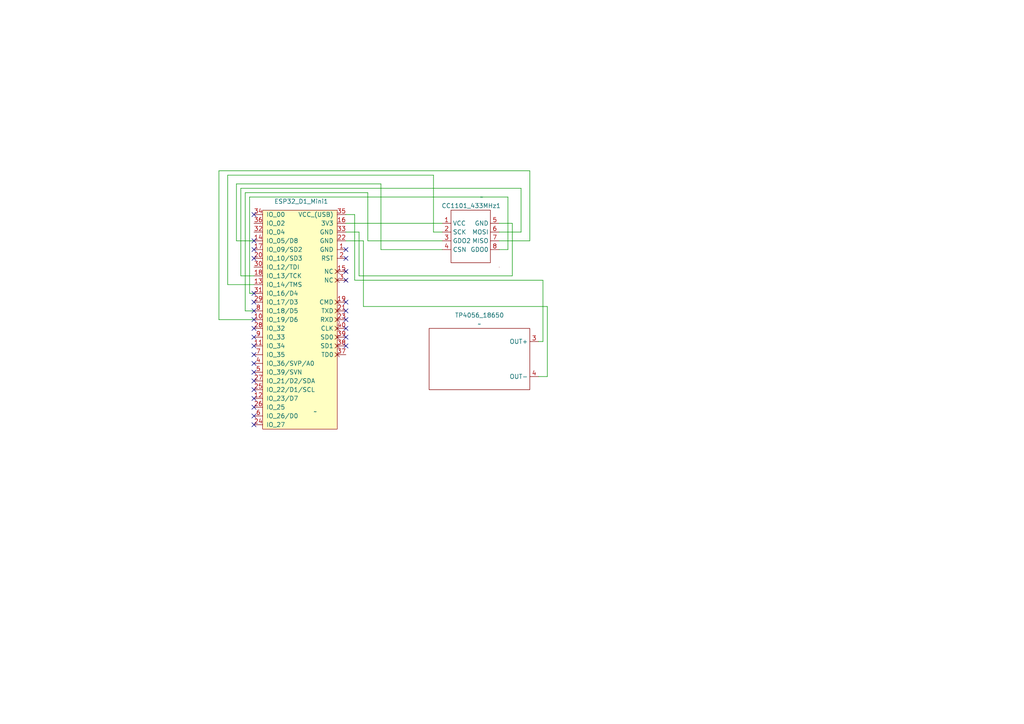
<source format=kicad_sch>
(kicad_sch (version 20231120) (generator "eeschema") (generator_version "8.0")
  (paper "A4")
  (lib_symbols
    (symbol "BKFZ_SubGHz:CC1101_433MHz"
      (property "Reference" "CC1101_433MHz1" (at -3.048 -2.54 0))
      (property "Value" "~" (at 0 0 0))
      (symbol "CC1101_433MHz_0_1"
        (rectangle (start -8.89 -3.81) (end 2.54 -19.05))
        (rectangle (start 5.08 -20.32) (end 5.08 -20.32))
      )
      (symbol "CC1101_433MHz_1_1"
        (pin power_in line (at -11.43 -7.62 0) (length 2.54) (name "VCC") (number "1"))
        (pin input line (at -11.43 -10.16 0) (length 2.54) (name "SCK") (number "2"))
        (pin output line (at -11.43 -12.7 0) (length 2.54) (name "GDO2") (number "3"))
        (pin input line (at -11.43 -15.24 0) (length 2.54) (name "CSN") (number "4"))
        (pin power_out line (at 5.08 -7.62 180) (length 2.54) (name "GND") (number "5"))
        (pin input line (at 5.08 -10.16 180) (length 2.54) (name "MOSI") (number "6"))
        (pin output line (at 5.08 -12.7 180) (length 2.54) (name "MISO") (number "7"))
        (pin output line (at 5.08 -15.24 180) (length 2.54) (name "GDO0") (number "8"))
      )
    )
    (symbol "BKFZ_SubGHz:ESP32_D1_Mini" (pin_names (offset 1.016))
      (property "Reference" "ESP32_D1_Mini1" (at 1.016 1.27 0))
      (property "Value" "~" (at 5.08 -59.69 0))
      (symbol "ESP32_D1_Mini_0_0"
        (pin power_in line (at 13.97 -12.7 180) (length 2.54) (name "GND") (number "1"))
        (pin input line (at 13.97 -15.24 180) (length 2.54) (name "RST") (number "2"))
        (pin no_connect non_logic (at 13.97 -21.59 180) (length 2.54) (name "NC") (number "3"))
        (pin bidirectional line (at -12.7 -45.72 0) (length 2.54) (name "IO_36/SVP/A0") (number "4"))
        (pin bidirectional line (at -12.7 -48.26 0) (length 2.54) (name "IO_39/SVN") (number "5"))
      )
      (symbol "ESP32_D1_Mini_0_1"
        (rectangle (start -10.16 -1.27) (end 11.43 -64.77) (fill (type background)))
      )
      (symbol "ESP32_D1_Mini_1_1"
        (pin bidirectional line (at -12.7 -33.02 0) (length 2.54) (name "IO_19/D6") (number "10"))
        (pin bidirectional line (at -12.7 -40.64 0) (length 2.54) (name "IO_34") (number "11"))
        (pin bidirectional line (at -12.7 -55.88 0) (length 2.54) (name "IO_23/D7") (number "12"))
        (pin bidirectional line (at -12.7 -22.86 0) (length 2.54) (name "IO_14/TMS") (number "13"))
        (pin bidirectional line (at -12.7 -10.16 0) (length 2.54) (name "IO_05/D8") (number "14"))
        (pin no_connect non_logic (at 13.97 -19.05 180) (length 2.54) (name "NC") (number "15"))
        (pin power_in line (at 13.97 -5.08 180) (length 2.54) (name "3V3") (number "16"))
        (pin bidirectional line (at -12.7 -12.7 0) (length 2.54) (name "IO_09/SD2") (number "17"))
        (pin bidirectional line (at -12.7 -20.32 0) (length 2.54) (name "IO_13/TCK") (number "18"))
        (pin passive non_logic (at 13.97 -27.94 180) (length 2.54) (name "CMD") (number "19"))
        (pin bidirectional line (at -12.7 -15.24 0) (length 2.54) (name "IO_10/SD3") (number "20"))
        (pin passive non_logic (at 13.97 -30.48 180) (length 2.54) (name "TXD") (number "21"))
        (pin power_in line (at 13.97 -10.16 180) (length 2.54) (name "GND") (number "22"))
        (pin passive non_logic (at 13.97 -33.02 180) (length 2.54) (name "RXD") (number "23"))
        (pin bidirectional line (at -12.7 -63.5 0) (length 2.54) (name "IO_27") (number "24"))
        (pin bidirectional line (at -12.7 -53.34 0) (length 2.54) (name "IO_22/D1/SCL") (number "25"))
        (pin bidirectional line (at -12.7 -58.42 0) (length 2.54) (name "IO_25") (number "26"))
        (pin bidirectional line (at -12.7 -50.8 0) (length 2.54) (name "IO_21/D2/SDA") (number "27"))
        (pin bidirectional line (at -12.7 -35.56 0) (length 2.54) (name "IO_32") (number "28"))
        (pin bidirectional line (at -12.7 -27.94 0) (length 2.54) (name "IO_17/D3") (number "29"))
        (pin bidirectional line (at -12.7 -17.78 0) (length 2.54) (name "IO_12/TDI") (number "30"))
        (pin bidirectional line (at -12.7 -25.4 0) (length 2.54) (name "IO_16/D4") (number "31"))
        (pin bidirectional line (at -12.7 -7.62 0) (length 2.54) (name "IO_04") (number "32"))
        (pin power_in line (at 13.97 -7.62 180) (length 2.54) (name "GND") (number "33"))
        (pin bidirectional line (at -12.7 -2.54 0) (length 2.54) (name "IO_00") (number "34"))
        (pin power_in line (at 13.97 -2.54 180) (length 2.54) (name "VCC_(USB)") (number "35"))
        (pin bidirectional line (at -12.7 -5.08 0) (length 2.54) (name "IO_02") (number "36"))
        (pin passive non_logic (at 13.97 -43.18 180) (length 2.54) (name "TD0") (number "37"))
        (pin passive non_logic (at 13.97 -40.64 180) (length 2.54) (name "SD1") (number "38"))
        (pin passive non_logic (at 13.97 -38.1 180) (length 2.54) (name "SD0") (number "39"))
        (pin passive non_logic (at 13.97 -35.56 180) (length 2.54) (name "CLK") (number "40"))
        (pin bidirectional line (at -12.7 -60.96 0) (length 2.54) (name "IO_26/D0") (number "6"))
        (pin bidirectional line (at -12.7 -43.18 0) (length 2.54) (name "IO_35") (number "7"))
        (pin bidirectional line (at -12.7 -30.48 0) (length 2.54) (name "IO_18/D5") (number "8"))
        (pin bidirectional line (at -12.7 -38.1 0) (length 2.54) (name "IO_33") (number "9"))
      )
    )
    (symbol "BKFZ_SubGHz:TP4056_18650"
      (property "Reference" "TP4056_18650" (at -50.165 13.97 0))
      (property "Value" "~" (at 0 0 0))
      (symbol "TP4056_18650_0_1"
        (rectangle (start -64.77 11.43) (end -35.56 -6.35))
      )
      (symbol "TP4056_18650_1_1"
        (pin power_out line (at -33.02 7.62 180) (length 2.54) (name "OUT+") (number "3"))
        (pin power_out line (at -33.02 -2.54 180) (length 2.54) (name "OUT-") (number "4"))
      )
    )
  )
  (no_connect (at 100.33 90.17))
  (no_connect (at 73.66 62.23))
  (no_connect (at 73.66 69.85))
  (no_connect (at 73.66 74.93))
  (no_connect (at 73.66 95.25))
  (no_connect (at 73.66 72.39))
  (no_connect (at 73.66 97.79))
  (no_connect (at 100.33 78.74))
  (no_connect (at 73.66 85.09))
  (no_connect (at 100.33 100.33))
  (no_connect (at 73.66 118.11))
  (no_connect (at 100.33 81.28))
  (no_connect (at 100.33 87.63))
  (no_connect (at 73.66 90.17))
  (no_connect (at 73.66 110.49))
  (no_connect (at 73.66 100.33))
  (no_connect (at 100.33 95.25))
  (no_connect (at 100.33 97.79))
  (no_connect (at 73.66 115.57))
  (no_connect (at 73.66 87.63))
  (no_connect (at 73.66 102.87))
  (no_connect (at 100.33 74.93))
  (no_connect (at 100.33 72.39))
  (no_connect (at 73.66 120.65))
  (no_connect (at 73.66 113.03))
  (no_connect (at 100.33 92.71))
  (no_connect (at 73.66 105.41))
  (no_connect (at 73.66 92.71))
  (no_connect (at 73.66 123.19))
  (no_connect (at 73.66 107.95))
  (wire (pts (xy 68.58 53.34) (xy 68.58 69.85)))
  (wire (pts (xy 69.85 54.61) (xy 69.85 80.01)))
  (wire (pts (xy 153.67 49.53) (xy 63.5 49.53)))
  (wire (pts (xy 147.32 72.39) (xy 147.32 57.15)))
  (wire (pts (xy 151.13 54.61) (xy 69.85 54.61)))
  (wire (pts (xy 125.73 67.31) (xy 125.73 50.8)))
  (wire (pts (xy 147.32 57.15) (xy 72.39 57.15)))
  (wire (pts (xy 128.27 67.31) (xy 125.73 67.31)))
  (wire (pts (xy 104.14 67.31) (xy 100.33 67.31)))
  (wire (pts (xy 106.68 69.85) (xy 106.68 55.88)))
  (wire (pts (xy 105.41 88.9) (xy 105.41 69.85)))
  (wire (pts (xy 105.41 69.85) (xy 100.33 69.85)))
  (wire (pts (xy 72.39 85.09) (xy 73.66 85.09)))
  (wire (pts (xy 158.75 109.22) (xy 158.75 88.9)))
  (wire (pts (xy 148.59 64.77) (xy 148.59 80.01)))
  (wire (pts (xy 157.48 81.28) (xy 102.87 81.28)))
  (wire (pts (xy 69.85 80.01) (xy 73.66 80.01)))
  (wire (pts (xy 144.78 69.85) (xy 153.67 69.85)))
  (wire (pts (xy 125.73 50.8) (xy 66.04 50.8)))
  (wire (pts (xy 106.68 55.88) (xy 71.12 55.88)))
  (wire (pts (xy 128.27 72.39) (xy 110.49 72.39)))
  (wire (pts (xy 151.13 67.31) (xy 151.13 54.61)))
  (wire (pts (xy 66.04 50.8) (xy 66.04 82.55)))
  (wire (pts (xy 156.21 109.22) (xy 158.75 109.22)))
  (wire (pts (xy 158.75 88.9) (xy 105.41 88.9)))
  (wire (pts (xy 110.49 72.39) (xy 110.49 53.34)))
  (wire (pts (xy 128.27 69.85) (xy 106.68 69.85)))
  (wire (pts (xy 72.39 57.15) (xy 72.39 85.09)))
  (wire (pts (xy 63.5 49.53) (xy 63.5 92.71)))
  (wire (pts (xy 102.87 81.28) (xy 102.87 62.23)))
  (wire (pts (xy 144.78 64.77) (xy 148.59 64.77)))
  (wire (pts (xy 71.12 55.88) (xy 71.12 90.17)))
  (wire (pts (xy 102.87 62.23) (xy 100.33 62.23)))
  (wire (pts (xy 110.49 53.34) (xy 68.58 53.34)))
  (wire (pts (xy 71.12 90.17) (xy 73.66 90.17)))
  (wire (pts (xy 148.59 80.01) (xy 104.14 80.01)))
  (wire (pts (xy 100.33 64.77) (xy 128.27 64.77)))
  (wire (pts (xy 144.78 67.31) (xy 151.13 67.31)))
  (wire (pts (xy 157.48 99.06) (xy 157.48 81.28)))
  (wire (pts (xy 156.21 99.06) (xy 157.48 99.06)))
  (wire (pts (xy 66.04 82.55) (xy 73.66 82.55)))
  (wire (pts (xy 104.14 80.01) (xy 104.14 67.31)))
  (wire (pts (xy 144.78 72.39) (xy 147.32 72.39)))
  (wire (pts (xy 153.67 69.85) (xy 153.67 49.53)))
  (wire (pts (xy 63.5 92.71) (xy 73.66 92.71)))
  (wire (pts (xy 68.58 69.85) (xy 73.66 69.85)))
  (symbol (lib_id "BKFZ_SubGHz:ESP32_D1_Mini") (at 86.36 59.69 0) (unit 1)
    (property "Reference" "ESP32_D1_Mini1" (at 87.376 58.42 0))
    (property "Value" "~" (at 91.44 119.38 0))
    (property "Footprint" "BKFZ_SubGHz:ESP32_Mini" (effects (hide yes)))
  )
  (symbol (lib_id "BKFZ_SubGHz:CC1101_433MHz") (at 139.7 57.15 0) (unit 1)
    (property "Reference" "CC1101_433MHz1" (at 136.652 59.69 0))
    (property "Value" "~" (at 139.7 57.15 0))
    (property "Footprint" "BKFZ_SubGHz:CC1101_SubGHz" (effects (hide yes)))
  )
  (symbol (lib_id "BKFZ_SubGHz:TP4056_18650") (at 189.23 106.68 0) (unit 1)
    (property "Reference" "TP4056_18650" (at 139.065 91.44 0))
    (property "Value" "~" (at 139.065 93.98 0))
    (property "Footprint" "BKFZ_SubGHz:TP4056_18650" (effects (hide yes)))
  )
)
</source>
